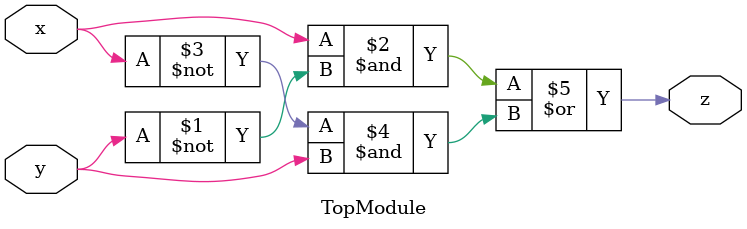
<source format=sv>

module TopModule (
  input x,
  input y,
  output z
);
assign z = (x & ~y) | (~x & y);
endmodule

</source>
